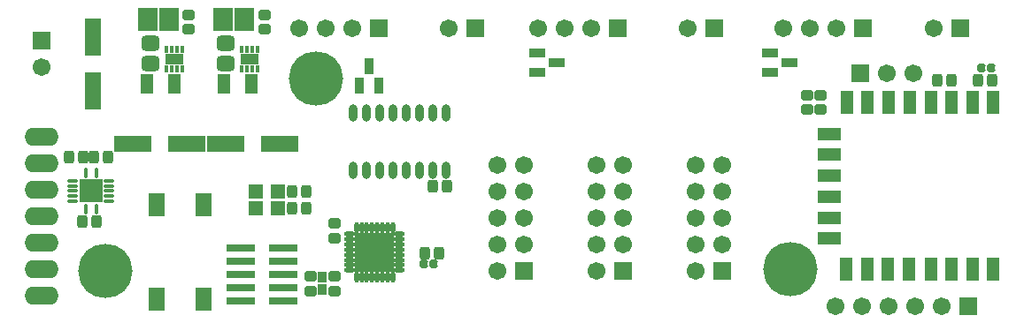
<source format=gts>
G04 Layer_Color=8388736*
%FSLAX23Y23*%
%MOIN*%
G70*
G01*
G75*
%ADD22R,0.110X0.030*%
%ADD60R,0.087X0.047*%
%ADD61R,0.047X0.087*%
G04:AMPARAMS|DCode=62|XSize=37mil|YSize=47mil|CornerRadius=10mil|HoleSize=0mil|Usage=FLASHONLY|Rotation=0.000|XOffset=0mil|YOffset=0mil|HoleType=Round|Shape=RoundedRectangle|*
%AMROUNDEDRECTD62*
21,1,0.037,0.028,0,0,0.0*
21,1,0.017,0.047,0,0,0.0*
1,1,0.020,0.009,-0.014*
1,1,0.020,-0.009,-0.014*
1,1,0.020,-0.009,0.014*
1,1,0.020,0.009,0.014*
%
%ADD62ROUNDEDRECTD62*%
%ADD63R,0.087X0.087*%
%ADD64O,0.039X0.016*%
%ADD65O,0.016X0.039*%
G04:AMPARAMS|DCode=66|XSize=30mil|YSize=32mil|CornerRadius=8mil|HoleSize=0mil|Usage=FLASHONLY|Rotation=0.000|XOffset=0mil|YOffset=0mil|HoleType=Round|Shape=RoundedRectangle|*
%AMROUNDEDRECTD66*
21,1,0.030,0.015,0,0,0.0*
21,1,0.013,0.032,0,0,0.0*
1,1,0.017,0.007,-0.008*
1,1,0.017,-0.007,-0.008*
1,1,0.017,-0.007,0.008*
1,1,0.017,0.007,0.008*
%
%ADD66ROUNDEDRECTD66*%
G04:AMPARAMS|DCode=67|XSize=37mil|YSize=47mil|CornerRadius=10mil|HoleSize=0mil|Usage=FLASHONLY|Rotation=270.000|XOffset=0mil|YOffset=0mil|HoleType=Round|Shape=RoundedRectangle|*
%AMROUNDEDRECTD67*
21,1,0.037,0.028,0,0,270.0*
21,1,0.017,0.047,0,0,270.0*
1,1,0.020,-0.014,-0.009*
1,1,0.020,-0.014,0.009*
1,1,0.020,0.014,0.009*
1,1,0.020,0.014,-0.009*
%
%ADD67ROUNDEDRECTD67*%
%ADD68R,0.032X0.039*%
%ADD69R,0.148X0.148*%
%ADD70O,0.018X0.041*%
%ADD71O,0.041X0.018*%
%ADD72R,0.051X0.075*%
%ADD73R,0.032X0.063*%
%ADD74R,0.063X0.032*%
%ADD75R,0.142X0.063*%
G04:AMPARAMS|DCode=76|XSize=60mil|YSize=68mil|CornerRadius=17mil|HoleSize=0mil|Usage=FLASHONLY|Rotation=90.000|XOffset=0mil|YOffset=0mil|HoleType=Round|Shape=RoundedRectangle|*
%AMROUNDEDRECTD76*
21,1,0.060,0.034,0,0,90.0*
21,1,0.026,0.068,0,0,90.0*
1,1,0.034,0.017,0.013*
1,1,0.034,0.017,-0.013*
1,1,0.034,-0.017,-0.013*
1,1,0.034,-0.017,0.013*
%
%ADD76ROUNDEDRECTD76*%
%ADD77R,0.069X0.041*%
%ADD78R,0.017X0.025*%
%ADD79R,0.073X0.091*%
%ADD80O,0.032X0.065*%
%ADD81R,0.063X0.142*%
%ADD82R,0.063X0.091*%
%ADD83R,0.056X0.056*%
%ADD84C,0.067*%
%ADD85R,0.067X0.067*%
%ADD86O,0.128X0.068*%
%ADD87C,0.205*%
%ADD88R,0.067X0.067*%
D22*
X1420Y85D02*
D03*
X1260D02*
D03*
X1420Y135D02*
D03*
X1260D02*
D03*
X1420Y185D02*
D03*
X1260D02*
D03*
X1420Y235D02*
D03*
X1260D02*
D03*
X1420Y285D02*
D03*
X1260D02*
D03*
D60*
X3478Y321D02*
D03*
Y400D02*
D03*
Y480D02*
D03*
Y559D02*
D03*
Y638D02*
D03*
Y717D02*
D03*
D61*
X3622Y835D02*
D03*
X3701D02*
D03*
X3780D02*
D03*
X3860D02*
D03*
X3938D02*
D03*
X4016D02*
D03*
X4094D02*
D03*
X4095Y205D02*
D03*
X4017D02*
D03*
X3938D02*
D03*
X3860D02*
D03*
X3778D02*
D03*
X3699D02*
D03*
X3622D02*
D03*
X3541D02*
D03*
X3543Y835D02*
D03*
D62*
X762Y630D02*
D03*
X708D02*
D03*
X613D02*
D03*
X667D02*
D03*
X2007Y265D02*
D03*
X1953D02*
D03*
X1983Y520D02*
D03*
X2037D02*
D03*
X663Y385D02*
D03*
X717D02*
D03*
X1453Y435D02*
D03*
X1507D02*
D03*
X1453Y500D02*
D03*
X1507D02*
D03*
X3937Y920D02*
D03*
X3883D02*
D03*
X4038Y920D02*
D03*
X4092D02*
D03*
D63*
X696Y501D02*
D03*
D64*
X765Y540D02*
D03*
Y520D02*
D03*
Y501D02*
D03*
Y481D02*
D03*
Y461D02*
D03*
X627D02*
D03*
Y481D02*
D03*
Y501D02*
D03*
Y520D02*
D03*
Y540D02*
D03*
D65*
X716Y432D02*
D03*
X676D02*
D03*
Y570D02*
D03*
X716D02*
D03*
D66*
X1989Y225D02*
D03*
X1951D02*
D03*
X4089Y965D02*
D03*
X4051D02*
D03*
D67*
X1524Y124D02*
D03*
Y178D02*
D03*
X1614D02*
D03*
Y124D02*
D03*
X1350Y1113D02*
D03*
Y1167D02*
D03*
X1065Y1113D02*
D03*
Y1167D02*
D03*
X1614Y324D02*
D03*
Y378D02*
D03*
X3443Y808D02*
D03*
Y862D02*
D03*
X3393D02*
D03*
Y808D02*
D03*
D68*
X1569Y128D02*
D03*
Y175D02*
D03*
D69*
X1765Y270D02*
D03*
D70*
X1696Y364D02*
D03*
X1716D02*
D03*
X1735D02*
D03*
X1755D02*
D03*
X1775D02*
D03*
X1795D02*
D03*
X1814D02*
D03*
X1834D02*
D03*
Y176D02*
D03*
X1814D02*
D03*
X1795D02*
D03*
X1775D02*
D03*
X1755D02*
D03*
X1735D02*
D03*
X1716D02*
D03*
X1696D02*
D03*
D71*
X1859Y339D02*
D03*
Y319D02*
D03*
Y300D02*
D03*
Y280D02*
D03*
Y260D02*
D03*
Y240D02*
D03*
Y221D02*
D03*
Y201D02*
D03*
X1671D02*
D03*
Y221D02*
D03*
Y240D02*
D03*
Y260D02*
D03*
Y280D02*
D03*
Y300D02*
D03*
Y319D02*
D03*
Y339D02*
D03*
D72*
X1198Y905D02*
D03*
X1302D02*
D03*
X908D02*
D03*
X1012D02*
D03*
D73*
X1745Y972D02*
D03*
X1708Y898D02*
D03*
X1782D02*
D03*
D74*
X2452Y985D02*
D03*
X2378Y1022D02*
D03*
Y948D02*
D03*
X3327Y985D02*
D03*
X3253Y1022D02*
D03*
Y948D02*
D03*
D75*
X853Y680D02*
D03*
X1057D02*
D03*
X1203D02*
D03*
X1407D02*
D03*
D76*
X920Y983D02*
D03*
Y1058D02*
D03*
X1205Y983D02*
D03*
Y1058D02*
D03*
D77*
X1010Y1000D02*
D03*
X1295D02*
D03*
D78*
X980Y1037D02*
D03*
X1000D02*
D03*
X1020D02*
D03*
X1040D02*
D03*
Y963D02*
D03*
X1020D02*
D03*
X1000D02*
D03*
X980D02*
D03*
X1265Y1037D02*
D03*
X1285D02*
D03*
X1305D02*
D03*
X1325D02*
D03*
Y963D02*
D03*
X1305D02*
D03*
X1285D02*
D03*
X1265D02*
D03*
D79*
X990Y1150D02*
D03*
X910D02*
D03*
X1275D02*
D03*
X1195D02*
D03*
D80*
X2035Y795D02*
D03*
X1985D02*
D03*
X1935D02*
D03*
X1885D02*
D03*
X1835D02*
D03*
X1785D02*
D03*
X1735D02*
D03*
X1685D02*
D03*
X2035Y580D02*
D03*
X1985D02*
D03*
X1935D02*
D03*
X1885D02*
D03*
X1835D02*
D03*
X1785D02*
D03*
X1735D02*
D03*
X1685D02*
D03*
D81*
X705Y1082D02*
D03*
Y878D02*
D03*
D82*
X1120Y92D02*
D03*
X943D02*
D03*
Y450D02*
D03*
X1120D02*
D03*
D83*
X1401Y435D02*
D03*
X1318D02*
D03*
X1401Y500D02*
D03*
X1318D02*
D03*
D84*
X2229Y600D02*
D03*
X2329D02*
D03*
X2229Y500D02*
D03*
X2329D02*
D03*
X2229Y400D02*
D03*
X2329D02*
D03*
X2229Y300D02*
D03*
X2329D02*
D03*
X2229Y200D02*
D03*
X2600Y600D02*
D03*
X2700D02*
D03*
X2600Y500D02*
D03*
X2700D02*
D03*
X2600Y400D02*
D03*
X2700D02*
D03*
X2600Y300D02*
D03*
X2700D02*
D03*
X2600Y200D02*
D03*
X2975Y600D02*
D03*
X3075D02*
D03*
X2975Y500D02*
D03*
X3075D02*
D03*
X2975Y400D02*
D03*
X3075D02*
D03*
X2975Y300D02*
D03*
X3075D02*
D03*
X2975Y200D02*
D03*
X510Y970D02*
D03*
X1480Y1115D02*
D03*
X1580D02*
D03*
X1680D02*
D03*
X2045D02*
D03*
X2380D02*
D03*
X2480D02*
D03*
X2580D02*
D03*
X2945D02*
D03*
X3305D02*
D03*
X3405D02*
D03*
X3505D02*
D03*
X3870D02*
D03*
X3500Y65D02*
D03*
X3600D02*
D03*
X3700D02*
D03*
X3800D02*
D03*
X3900D02*
D03*
X3795Y945D02*
D03*
X3695D02*
D03*
D85*
X2329Y200D02*
D03*
X2700D02*
D03*
X3075D02*
D03*
X510Y1070D02*
D03*
D86*
Y305D02*
D03*
Y405D02*
D03*
Y505D02*
D03*
Y205D02*
D03*
Y105D02*
D03*
Y605D02*
D03*
Y705D02*
D03*
D87*
X3330Y205D02*
D03*
X1545Y925D02*
D03*
X750Y200D02*
D03*
D88*
X1780Y1115D02*
D03*
X2145D02*
D03*
X2680D02*
D03*
X3045D02*
D03*
X3605D02*
D03*
X3970D02*
D03*
X4000Y65D02*
D03*
X3595Y945D02*
D03*
M02*

</source>
